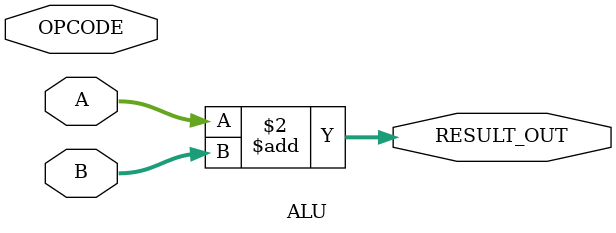
<source format=v>
`timescale 1ns / 1ps

`define lenghtIN 8
`define lenghtOP 6

module ALU(
	//inputs
	A,
	B,
	OPCODE,

	//output
	RESULT_OUT  
    );

	parameter lenghtIN = `lenghtIN; 	
	parameter lenghtOP = `lenghtOP;

	input signed [lenghtIN-1 : 0] A;
	input signed [lenghtIN-1 : 0] B;
	input signed [1 : 0] OPCODE;

	output reg [lenghtIN - 1 : 0] RESULT_OUT; 

	always @(*)
	begin
		RESULT_OUT = A + B;
		/*case (OPCODE)
			2'b00: 
				begin
					RESULT_OUT = A + B;
				end
			2'b01: 
				begin
					RESULT_OUT = A - B;
				end
			2'b10: 
				begin
					RESULT_OUT = A & B;
				end
			2'b11: 
				begin
					RESULT_OUT = A | B;
				end*/
			/*6'b 100110: 
				begin
					RESULT_OUT = A ^ B;
				end
			6'b 000011: 
				begin
					RESULT_OUT = A >>> B;
				end
			6'b 000010: 
				begin
					RESULT_OUT = A >> B;
				end
			6'b 100111: 
				begin 	
					RESULT_OUT = ~(A | B);
				end
			default: RESULT_OUT = 0;*/
		//endcase	
	end

	endmodule

</source>
